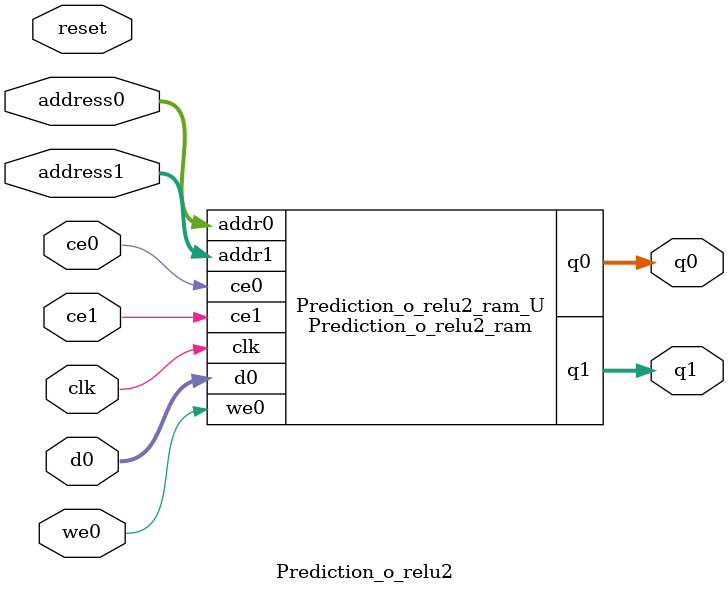
<source format=v>
`timescale 1 ns / 1 ps
module Prediction_o_relu2_ram (addr0, ce0, d0, we0, q0, addr1, ce1, q1,  clk);

parameter DWIDTH = 32;
parameter AWIDTH = 11;
parameter MEM_SIZE = 1600;

input[AWIDTH-1:0] addr0;
input ce0;
input[DWIDTH-1:0] d0;
input we0;
output reg[DWIDTH-1:0] q0;
input[AWIDTH-1:0] addr1;
input ce1;
output reg[DWIDTH-1:0] q1;
input clk;

(* ram_style = "block" *)reg [DWIDTH-1:0] ram[0:MEM_SIZE-1];




always @(posedge clk)  
begin 
    if (ce0) 
    begin
        if (we0) 
        begin 
            ram[addr0] <= d0; 
        end 
        q0 <= ram[addr0];
    end
end


always @(posedge clk)  
begin 
    if (ce1) 
    begin
        q1 <= ram[addr1];
    end
end


endmodule

`timescale 1 ns / 1 ps
module Prediction_o_relu2(
    reset,
    clk,
    address0,
    ce0,
    we0,
    d0,
    q0,
    address1,
    ce1,
    q1);

parameter DataWidth = 32'd32;
parameter AddressRange = 32'd1600;
parameter AddressWidth = 32'd11;
input reset;
input clk;
input[AddressWidth - 1:0] address0;
input ce0;
input we0;
input[DataWidth - 1:0] d0;
output[DataWidth - 1:0] q0;
input[AddressWidth - 1:0] address1;
input ce1;
output[DataWidth - 1:0] q1;



Prediction_o_relu2_ram Prediction_o_relu2_ram_U(
    .clk( clk ),
    .addr0( address0 ),
    .ce0( ce0 ),
    .we0( we0 ),
    .d0( d0 ),
    .q0( q0 ),
    .addr1( address1 ),
    .ce1( ce1 ),
    .q1( q1 ));

endmodule


</source>
